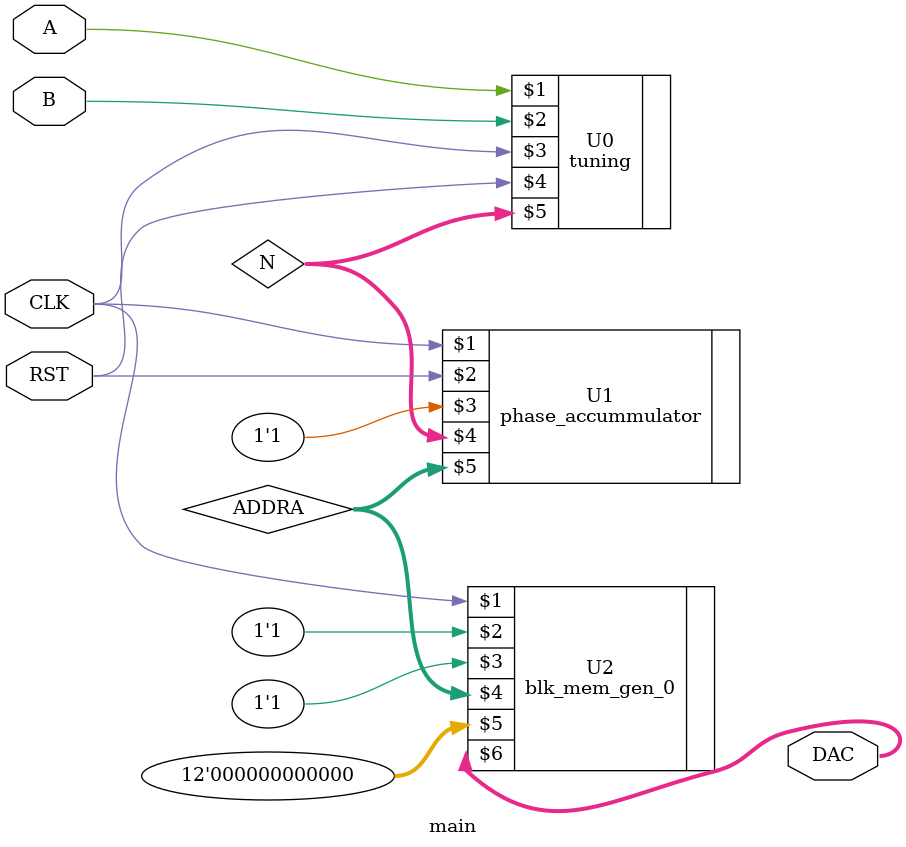
<source format=v>
`timescale 1ns / 1ps
module main(
    input CLK,
    input RST,
    input A,
    input B,
    output [7:0] DAC
    );
        
    wire [23:0] N;
    wire [11:0] ADDRA;
    
    tuning U0(A,B,CLK,RST,N);
    phase_accummulator U1(CLK,RST,1'b1,N,ADDRA);
    blk_mem_gen_0 U2(CLK,1'b1,1'b1,ADDRA,12'b0,DAC);
    
endmodule

</source>
